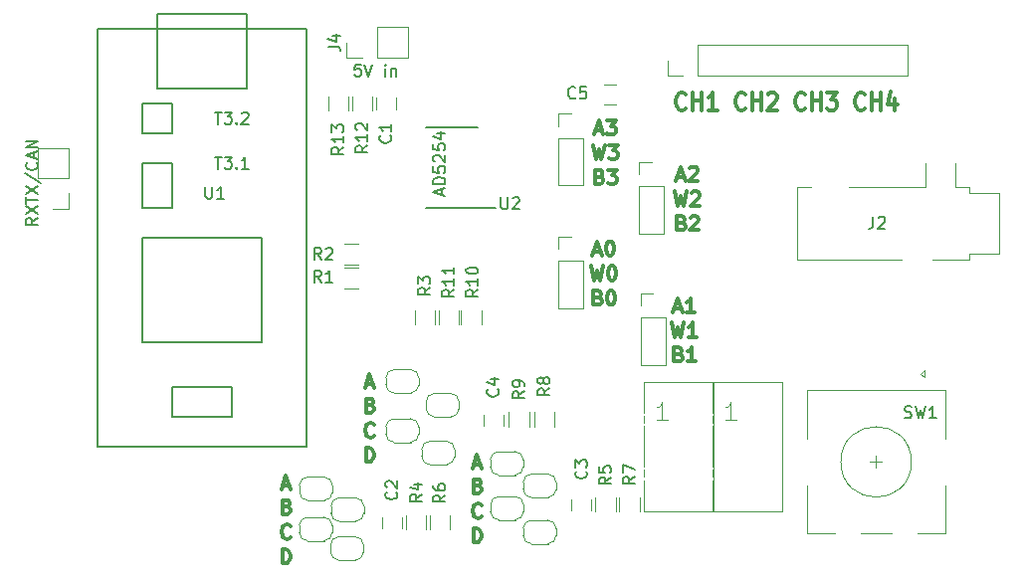
<source format=gbr>
G04 #@! TF.GenerationSoftware,KiCad,Pcbnew,5.0.2-bee76a0~70~ubuntu16.04.1*
G04 #@! TF.CreationDate,2019-04-19T18:04:48-07:00*
G04 #@! TF.ProjectId,volume_control_board,766f6c75-6d65-45f6-936f-6e74726f6c5f,rev?*
G04 #@! TF.SameCoordinates,Original*
G04 #@! TF.FileFunction,Legend,Top*
G04 #@! TF.FilePolarity,Positive*
%FSLAX46Y46*%
G04 Gerber Fmt 4.6, Leading zero omitted, Abs format (unit mm)*
G04 Created by KiCad (PCBNEW 5.0.2-bee76a0~70~ubuntu16.04.1) date Fri 19 Apr 2019 06:04:48 PM PDT*
%MOMM*%
%LPD*%
G01*
G04 APERTURE LIST*
%ADD10C,0.300000*%
%ADD11C,0.120000*%
%ADD12C,0.150000*%
G04 APERTURE END LIST*
D10*
X135540857Y-78999000D02*
X136112285Y-78999000D01*
X135426571Y-79341857D02*
X135826571Y-78141857D01*
X136226571Y-79341857D01*
X137255142Y-79341857D02*
X136569428Y-79341857D01*
X136912285Y-79341857D02*
X136912285Y-78141857D01*
X136798000Y-78313285D01*
X136683714Y-78427571D01*
X136569428Y-78484714D01*
X135312285Y-80241857D02*
X135598000Y-81441857D01*
X135826571Y-80584714D01*
X136055142Y-81441857D01*
X136340857Y-80241857D01*
X137426571Y-81441857D02*
X136740857Y-81441857D01*
X137083714Y-81441857D02*
X137083714Y-80241857D01*
X136969428Y-80413285D01*
X136855142Y-80527571D01*
X136740857Y-80584714D01*
X135912285Y-82913285D02*
X136083714Y-82970428D01*
X136140857Y-83027571D01*
X136198000Y-83141857D01*
X136198000Y-83313285D01*
X136140857Y-83427571D01*
X136083714Y-83484714D01*
X135969428Y-83541857D01*
X135512285Y-83541857D01*
X135512285Y-82341857D01*
X135912285Y-82341857D01*
X136026571Y-82399000D01*
X136083714Y-82456142D01*
X136140857Y-82570428D01*
X136140857Y-82684714D01*
X136083714Y-82799000D01*
X136026571Y-82856142D01*
X135912285Y-82913285D01*
X135512285Y-82913285D01*
X137340857Y-83541857D02*
X136655142Y-83541857D01*
X136998000Y-83541857D02*
X136998000Y-82341857D01*
X136883714Y-82513285D01*
X136769428Y-82627571D01*
X136655142Y-82684714D01*
X135794857Y-67823000D02*
X136366285Y-67823000D01*
X135680571Y-68165857D02*
X136080571Y-66965857D01*
X136480571Y-68165857D01*
X136823428Y-67080142D02*
X136880571Y-67023000D01*
X136994857Y-66965857D01*
X137280571Y-66965857D01*
X137394857Y-67023000D01*
X137452000Y-67080142D01*
X137509142Y-67194428D01*
X137509142Y-67308714D01*
X137452000Y-67480142D01*
X136766285Y-68165857D01*
X137509142Y-68165857D01*
X135566285Y-69065857D02*
X135852000Y-70265857D01*
X136080571Y-69408714D01*
X136309142Y-70265857D01*
X136594857Y-69065857D01*
X136994857Y-69180142D02*
X137052000Y-69123000D01*
X137166285Y-69065857D01*
X137452000Y-69065857D01*
X137566285Y-69123000D01*
X137623428Y-69180142D01*
X137680571Y-69294428D01*
X137680571Y-69408714D01*
X137623428Y-69580142D01*
X136937714Y-70265857D01*
X137680571Y-70265857D01*
X136166285Y-71737285D02*
X136337714Y-71794428D01*
X136394857Y-71851571D01*
X136452000Y-71965857D01*
X136452000Y-72137285D01*
X136394857Y-72251571D01*
X136337714Y-72308714D01*
X136223428Y-72365857D01*
X135766285Y-72365857D01*
X135766285Y-71165857D01*
X136166285Y-71165857D01*
X136280571Y-71223000D01*
X136337714Y-71280142D01*
X136394857Y-71394428D01*
X136394857Y-71508714D01*
X136337714Y-71623000D01*
X136280571Y-71680142D01*
X136166285Y-71737285D01*
X135766285Y-71737285D01*
X136909142Y-71280142D02*
X136966285Y-71223000D01*
X137080571Y-71165857D01*
X137366285Y-71165857D01*
X137480571Y-71223000D01*
X137537714Y-71280142D01*
X137594857Y-71394428D01*
X137594857Y-71508714D01*
X137537714Y-71680142D01*
X136852000Y-72365857D01*
X137594857Y-72365857D01*
X128682857Y-74173000D02*
X129254285Y-74173000D01*
X128568571Y-74515857D02*
X128968571Y-73315857D01*
X129368571Y-74515857D01*
X129997142Y-73315857D02*
X130111428Y-73315857D01*
X130225714Y-73373000D01*
X130282857Y-73430142D01*
X130340000Y-73544428D01*
X130397142Y-73773000D01*
X130397142Y-74058714D01*
X130340000Y-74287285D01*
X130282857Y-74401571D01*
X130225714Y-74458714D01*
X130111428Y-74515857D01*
X129997142Y-74515857D01*
X129882857Y-74458714D01*
X129825714Y-74401571D01*
X129768571Y-74287285D01*
X129711428Y-74058714D01*
X129711428Y-73773000D01*
X129768571Y-73544428D01*
X129825714Y-73430142D01*
X129882857Y-73373000D01*
X129997142Y-73315857D01*
X128454285Y-75415857D02*
X128740000Y-76615857D01*
X128968571Y-75758714D01*
X129197142Y-76615857D01*
X129482857Y-75415857D01*
X130168571Y-75415857D02*
X130282857Y-75415857D01*
X130397142Y-75473000D01*
X130454285Y-75530142D01*
X130511428Y-75644428D01*
X130568571Y-75873000D01*
X130568571Y-76158714D01*
X130511428Y-76387285D01*
X130454285Y-76501571D01*
X130397142Y-76558714D01*
X130282857Y-76615857D01*
X130168571Y-76615857D01*
X130054285Y-76558714D01*
X129997142Y-76501571D01*
X129940000Y-76387285D01*
X129882857Y-76158714D01*
X129882857Y-75873000D01*
X129940000Y-75644428D01*
X129997142Y-75530142D01*
X130054285Y-75473000D01*
X130168571Y-75415857D01*
X129054285Y-78087285D02*
X129225714Y-78144428D01*
X129282857Y-78201571D01*
X129340000Y-78315857D01*
X129340000Y-78487285D01*
X129282857Y-78601571D01*
X129225714Y-78658714D01*
X129111428Y-78715857D01*
X128654285Y-78715857D01*
X128654285Y-77515857D01*
X129054285Y-77515857D01*
X129168571Y-77573000D01*
X129225714Y-77630142D01*
X129282857Y-77744428D01*
X129282857Y-77858714D01*
X129225714Y-77973000D01*
X129168571Y-78030142D01*
X129054285Y-78087285D01*
X128654285Y-78087285D01*
X130082857Y-77515857D02*
X130197142Y-77515857D01*
X130311428Y-77573000D01*
X130368571Y-77630142D01*
X130425714Y-77744428D01*
X130482857Y-77973000D01*
X130482857Y-78258714D01*
X130425714Y-78487285D01*
X130368571Y-78601571D01*
X130311428Y-78658714D01*
X130197142Y-78715857D01*
X130082857Y-78715857D01*
X129968571Y-78658714D01*
X129911428Y-78601571D01*
X129854285Y-78487285D01*
X129797142Y-78258714D01*
X129797142Y-77973000D01*
X129854285Y-77744428D01*
X129911428Y-77630142D01*
X129968571Y-77573000D01*
X130082857Y-77515857D01*
X128809857Y-63886000D02*
X129381285Y-63886000D01*
X128695571Y-64228857D02*
X129095571Y-63028857D01*
X129495571Y-64228857D01*
X129781285Y-63028857D02*
X130524142Y-63028857D01*
X130124142Y-63486000D01*
X130295571Y-63486000D01*
X130409857Y-63543142D01*
X130467000Y-63600285D01*
X130524142Y-63714571D01*
X130524142Y-64000285D01*
X130467000Y-64114571D01*
X130409857Y-64171714D01*
X130295571Y-64228857D01*
X129952714Y-64228857D01*
X129838428Y-64171714D01*
X129781285Y-64114571D01*
X128581285Y-65128857D02*
X128867000Y-66328857D01*
X129095571Y-65471714D01*
X129324142Y-66328857D01*
X129609857Y-65128857D01*
X129952714Y-65128857D02*
X130695571Y-65128857D01*
X130295571Y-65586000D01*
X130467000Y-65586000D01*
X130581285Y-65643142D01*
X130638428Y-65700285D01*
X130695571Y-65814571D01*
X130695571Y-66100285D01*
X130638428Y-66214571D01*
X130581285Y-66271714D01*
X130467000Y-66328857D01*
X130124142Y-66328857D01*
X130009857Y-66271714D01*
X129952714Y-66214571D01*
X129181285Y-67800285D02*
X129352714Y-67857428D01*
X129409857Y-67914571D01*
X129467000Y-68028857D01*
X129467000Y-68200285D01*
X129409857Y-68314571D01*
X129352714Y-68371714D01*
X129238428Y-68428857D01*
X128781285Y-68428857D01*
X128781285Y-67228857D01*
X129181285Y-67228857D01*
X129295571Y-67286000D01*
X129352714Y-67343142D01*
X129409857Y-67457428D01*
X129409857Y-67571714D01*
X129352714Y-67686000D01*
X129295571Y-67743142D01*
X129181285Y-67800285D01*
X128781285Y-67800285D01*
X129867000Y-67228857D02*
X130609857Y-67228857D01*
X130209857Y-67686000D01*
X130381285Y-67686000D01*
X130495571Y-67743142D01*
X130552714Y-67800285D01*
X130609857Y-67914571D01*
X130609857Y-68200285D01*
X130552714Y-68314571D01*
X130495571Y-68371714D01*
X130381285Y-68428857D01*
X130038428Y-68428857D01*
X129924142Y-68371714D01*
X129867000Y-68314571D01*
X136484000Y-62003714D02*
X136419714Y-62075142D01*
X136226857Y-62146571D01*
X136098285Y-62146571D01*
X135905428Y-62075142D01*
X135776857Y-61932285D01*
X135712571Y-61789428D01*
X135648285Y-61503714D01*
X135648285Y-61289428D01*
X135712571Y-61003714D01*
X135776857Y-60860857D01*
X135905428Y-60718000D01*
X136098285Y-60646571D01*
X136226857Y-60646571D01*
X136419714Y-60718000D01*
X136484000Y-60789428D01*
X137062571Y-62146571D02*
X137062571Y-60646571D01*
X137062571Y-61360857D02*
X137834000Y-61360857D01*
X137834000Y-62146571D02*
X137834000Y-60646571D01*
X139184000Y-62146571D02*
X138412571Y-62146571D01*
X138798285Y-62146571D02*
X138798285Y-60646571D01*
X138669714Y-60860857D01*
X138541142Y-61003714D01*
X138412571Y-61075142D01*
X141562571Y-62003714D02*
X141498285Y-62075142D01*
X141305428Y-62146571D01*
X141176857Y-62146571D01*
X140984000Y-62075142D01*
X140855428Y-61932285D01*
X140791142Y-61789428D01*
X140726857Y-61503714D01*
X140726857Y-61289428D01*
X140791142Y-61003714D01*
X140855428Y-60860857D01*
X140984000Y-60718000D01*
X141176857Y-60646571D01*
X141305428Y-60646571D01*
X141498285Y-60718000D01*
X141562571Y-60789428D01*
X142141142Y-62146571D02*
X142141142Y-60646571D01*
X142141142Y-61360857D02*
X142912571Y-61360857D01*
X142912571Y-62146571D02*
X142912571Y-60646571D01*
X143491142Y-60789428D02*
X143555428Y-60718000D01*
X143684000Y-60646571D01*
X144005428Y-60646571D01*
X144134000Y-60718000D01*
X144198285Y-60789428D01*
X144262571Y-60932285D01*
X144262571Y-61075142D01*
X144198285Y-61289428D01*
X143426857Y-62146571D01*
X144262571Y-62146571D01*
X146641142Y-62003714D02*
X146576857Y-62075142D01*
X146384000Y-62146571D01*
X146255428Y-62146571D01*
X146062571Y-62075142D01*
X145934000Y-61932285D01*
X145869714Y-61789428D01*
X145805428Y-61503714D01*
X145805428Y-61289428D01*
X145869714Y-61003714D01*
X145934000Y-60860857D01*
X146062571Y-60718000D01*
X146255428Y-60646571D01*
X146384000Y-60646571D01*
X146576857Y-60718000D01*
X146641142Y-60789428D01*
X147219714Y-62146571D02*
X147219714Y-60646571D01*
X147219714Y-61360857D02*
X147991142Y-61360857D01*
X147991142Y-62146571D02*
X147991142Y-60646571D01*
X148505428Y-60646571D02*
X149341142Y-60646571D01*
X148891142Y-61218000D01*
X149084000Y-61218000D01*
X149212571Y-61289428D01*
X149276857Y-61360857D01*
X149341142Y-61503714D01*
X149341142Y-61860857D01*
X149276857Y-62003714D01*
X149212571Y-62075142D01*
X149084000Y-62146571D01*
X148698285Y-62146571D01*
X148569714Y-62075142D01*
X148505428Y-62003714D01*
X151719714Y-62003714D02*
X151655428Y-62075142D01*
X151462571Y-62146571D01*
X151334000Y-62146571D01*
X151141142Y-62075142D01*
X151012571Y-61932285D01*
X150948285Y-61789428D01*
X150884000Y-61503714D01*
X150884000Y-61289428D01*
X150948285Y-61003714D01*
X151012571Y-60860857D01*
X151141142Y-60718000D01*
X151334000Y-60646571D01*
X151462571Y-60646571D01*
X151655428Y-60718000D01*
X151719714Y-60789428D01*
X152298285Y-62146571D02*
X152298285Y-60646571D01*
X152298285Y-61360857D02*
X153069714Y-61360857D01*
X153069714Y-62146571D02*
X153069714Y-60646571D01*
X154291142Y-61146571D02*
X154291142Y-62146571D01*
X153969714Y-60575142D02*
X153648285Y-61646571D01*
X154484000Y-61646571D01*
X109315285Y-85442000D02*
X109886714Y-85442000D01*
X109201000Y-85784857D02*
X109601000Y-84584857D01*
X110001000Y-85784857D01*
X109686714Y-87256285D02*
X109858142Y-87313428D01*
X109915285Y-87370571D01*
X109972428Y-87484857D01*
X109972428Y-87656285D01*
X109915285Y-87770571D01*
X109858142Y-87827714D01*
X109743857Y-87884857D01*
X109286714Y-87884857D01*
X109286714Y-86684857D01*
X109686714Y-86684857D01*
X109801000Y-86742000D01*
X109858142Y-86799142D01*
X109915285Y-86913428D01*
X109915285Y-87027714D01*
X109858142Y-87142000D01*
X109801000Y-87199142D01*
X109686714Y-87256285D01*
X109286714Y-87256285D01*
X109972428Y-89870571D02*
X109915285Y-89927714D01*
X109743857Y-89984857D01*
X109629571Y-89984857D01*
X109458142Y-89927714D01*
X109343857Y-89813428D01*
X109286714Y-89699142D01*
X109229571Y-89470571D01*
X109229571Y-89299142D01*
X109286714Y-89070571D01*
X109343857Y-88956285D01*
X109458142Y-88842000D01*
X109629571Y-88784857D01*
X109743857Y-88784857D01*
X109915285Y-88842000D01*
X109972428Y-88899142D01*
X109286714Y-92084857D02*
X109286714Y-90884857D01*
X109572428Y-90884857D01*
X109743857Y-90942000D01*
X109858142Y-91056285D01*
X109915285Y-91170571D01*
X109972428Y-91399142D01*
X109972428Y-91570571D01*
X109915285Y-91799142D01*
X109858142Y-91913428D01*
X109743857Y-92027714D01*
X109572428Y-92084857D01*
X109286714Y-92084857D01*
X102203285Y-94078000D02*
X102774714Y-94078000D01*
X102089000Y-94420857D02*
X102489000Y-93220857D01*
X102889000Y-94420857D01*
X102574714Y-95892285D02*
X102746142Y-95949428D01*
X102803285Y-96006571D01*
X102860428Y-96120857D01*
X102860428Y-96292285D01*
X102803285Y-96406571D01*
X102746142Y-96463714D01*
X102631857Y-96520857D01*
X102174714Y-96520857D01*
X102174714Y-95320857D01*
X102574714Y-95320857D01*
X102689000Y-95378000D01*
X102746142Y-95435142D01*
X102803285Y-95549428D01*
X102803285Y-95663714D01*
X102746142Y-95778000D01*
X102689000Y-95835142D01*
X102574714Y-95892285D01*
X102174714Y-95892285D01*
X102860428Y-98506571D02*
X102803285Y-98563714D01*
X102631857Y-98620857D01*
X102517571Y-98620857D01*
X102346142Y-98563714D01*
X102231857Y-98449428D01*
X102174714Y-98335142D01*
X102117571Y-98106571D01*
X102117571Y-97935142D01*
X102174714Y-97706571D01*
X102231857Y-97592285D01*
X102346142Y-97478000D01*
X102517571Y-97420857D01*
X102631857Y-97420857D01*
X102803285Y-97478000D01*
X102860428Y-97535142D01*
X102174714Y-100720857D02*
X102174714Y-99520857D01*
X102460428Y-99520857D01*
X102631857Y-99578000D01*
X102746142Y-99692285D01*
X102803285Y-99806571D01*
X102860428Y-100035142D01*
X102860428Y-100206571D01*
X102803285Y-100435142D01*
X102746142Y-100549428D01*
X102631857Y-100663714D01*
X102460428Y-100720857D01*
X102174714Y-100720857D01*
X118459285Y-92300000D02*
X119030714Y-92300000D01*
X118345000Y-92642857D02*
X118745000Y-91442857D01*
X119145000Y-92642857D01*
X118830714Y-94114285D02*
X119002142Y-94171428D01*
X119059285Y-94228571D01*
X119116428Y-94342857D01*
X119116428Y-94514285D01*
X119059285Y-94628571D01*
X119002142Y-94685714D01*
X118887857Y-94742857D01*
X118430714Y-94742857D01*
X118430714Y-93542857D01*
X118830714Y-93542857D01*
X118945000Y-93600000D01*
X119002142Y-93657142D01*
X119059285Y-93771428D01*
X119059285Y-93885714D01*
X119002142Y-94000000D01*
X118945000Y-94057142D01*
X118830714Y-94114285D01*
X118430714Y-94114285D01*
X119116428Y-96728571D02*
X119059285Y-96785714D01*
X118887857Y-96842857D01*
X118773571Y-96842857D01*
X118602142Y-96785714D01*
X118487857Y-96671428D01*
X118430714Y-96557142D01*
X118373571Y-96328571D01*
X118373571Y-96157142D01*
X118430714Y-95928571D01*
X118487857Y-95814285D01*
X118602142Y-95700000D01*
X118773571Y-95642857D01*
X118887857Y-95642857D01*
X119059285Y-95700000D01*
X119116428Y-95757142D01*
X118430714Y-98942857D02*
X118430714Y-97742857D01*
X118716428Y-97742857D01*
X118887857Y-97800000D01*
X119002142Y-97914285D01*
X119059285Y-98028571D01*
X119116428Y-98257142D01*
X119116428Y-98428571D01*
X119059285Y-98657142D01*
X119002142Y-98771428D01*
X118887857Y-98885714D01*
X118716428Y-98942857D01*
X118430714Y-98942857D01*
D11*
G04 #@! TO.C,J5*
X125686000Y-62440000D02*
X126746000Y-62440000D01*
X125686000Y-63500000D02*
X125686000Y-62440000D01*
X127806000Y-64500000D02*
X125686000Y-64500000D01*
X127806000Y-68560000D02*
X127806000Y-64500000D01*
X125686000Y-68560000D02*
X127806000Y-68560000D01*
X125686000Y-64500000D02*
X125686000Y-68560000D01*
G04 #@! TO.C,J4*
X107636000Y-57718000D02*
X107636000Y-56388000D01*
X108966000Y-57718000D02*
X107636000Y-57718000D01*
X110236000Y-55058000D02*
X110236000Y-57718000D01*
X112836000Y-55058000D02*
X110236000Y-55058000D01*
X112836000Y-57718000D02*
X112836000Y-55058000D01*
X110236000Y-57718000D02*
X112836000Y-57718000D01*
G04 #@! TO.C,J2*
X159459000Y-68655000D02*
X160659000Y-68655000D01*
X160659000Y-68655000D02*
X160659000Y-69155000D01*
X160659000Y-69155000D02*
X163159000Y-69155000D01*
X163159000Y-69155000D02*
X163159000Y-74355000D01*
X163159000Y-74355000D02*
X160659000Y-74355000D01*
X160659000Y-74355000D02*
X160659000Y-74855000D01*
X160659000Y-74855000D02*
X157459000Y-74855000D01*
X154859000Y-74855000D02*
X145959000Y-74855000D01*
X145959000Y-74855000D02*
X145959000Y-68655000D01*
X145959000Y-68655000D02*
X147159000Y-68655000D01*
X150359000Y-68655000D02*
X156859000Y-68655000D01*
X159459000Y-68655000D02*
X159459000Y-66655000D01*
X156859000Y-68655000D02*
X156859000Y-66655000D01*
G04 #@! TO.C,C1*
X110148000Y-61095000D02*
X110148000Y-62095000D01*
X111848000Y-62095000D02*
X111848000Y-61095000D01*
G04 #@! TO.C,C2*
X110656000Y-96766000D02*
X110656000Y-97766000D01*
X112356000Y-97766000D02*
X112356000Y-96766000D01*
G04 #@! TO.C,C3*
X128485000Y-96242000D02*
X128485000Y-95242000D01*
X126785000Y-95242000D02*
X126785000Y-96242000D01*
G04 #@! TO.C,C4*
X120992000Y-89035000D02*
X120992000Y-88035000D01*
X119292000Y-88035000D02*
X119292000Y-89035000D01*
G04 #@! TO.C,C5*
X130548000Y-59983000D02*
X129548000Y-59983000D01*
X129548000Y-61683000D02*
X130548000Y-61683000D01*
G04 #@! TO.C,J1*
X134941000Y-59242000D02*
X134941000Y-57912000D01*
X136271000Y-59242000D02*
X134941000Y-59242000D01*
X137541000Y-56582000D02*
X137541000Y-59242000D01*
X155381000Y-56582000D02*
X137541000Y-56582000D01*
X155381000Y-59242000D02*
X155381000Y-56582000D01*
X137541000Y-59242000D02*
X155381000Y-59242000D01*
G04 #@! TO.C,J6*
X84007000Y-70545000D02*
X82677000Y-70545000D01*
X84007000Y-69215000D02*
X84007000Y-70545000D01*
X81347000Y-67945000D02*
X84007000Y-67945000D01*
X81347000Y-65345000D02*
X81347000Y-67945000D01*
X84007000Y-65345000D02*
X81347000Y-65345000D01*
X84007000Y-67945000D02*
X84007000Y-65345000D01*
G04 #@! TO.C,JP1*
X113080000Y-84217000D02*
G75*
G02X113780000Y-84917000I0J-700000D01*
G01*
X113780000Y-85517000D02*
G75*
G02X113080000Y-86217000I-700000J0D01*
G01*
X111680000Y-86217000D02*
G75*
G02X110980000Y-85517000I0J700000D01*
G01*
X110980000Y-84917000D02*
G75*
G02X111680000Y-84217000I700000J0D01*
G01*
X110980000Y-85517000D02*
X110980000Y-84917000D01*
X113080000Y-86217000D02*
X111680000Y-86217000D01*
X113780000Y-84917000D02*
X113780000Y-85517000D01*
X111680000Y-84217000D02*
X113080000Y-84217000D01*
G04 #@! TO.C,JP2*
X116509000Y-86249000D02*
G75*
G02X117209000Y-86949000I0J-700000D01*
G01*
X117209000Y-87549000D02*
G75*
G02X116509000Y-88249000I-700000J0D01*
G01*
X115109000Y-88249000D02*
G75*
G02X114409000Y-87549000I0J700000D01*
G01*
X114409000Y-86949000D02*
G75*
G02X115109000Y-86249000I700000J0D01*
G01*
X114409000Y-87549000D02*
X114409000Y-86949000D01*
X116509000Y-88249000D02*
X115109000Y-88249000D01*
X117209000Y-86949000D02*
X117209000Y-87549000D01*
X115109000Y-86249000D02*
X116509000Y-86249000D01*
G04 #@! TO.C,JP3*
X111680000Y-88408000D02*
X113080000Y-88408000D01*
X113780000Y-89108000D02*
X113780000Y-89708000D01*
X113080000Y-90408000D02*
X111680000Y-90408000D01*
X110980000Y-89708000D02*
X110980000Y-89108000D01*
X110980000Y-89108000D02*
G75*
G02X111680000Y-88408000I700000J0D01*
G01*
X111680000Y-90408000D02*
G75*
G02X110980000Y-89708000I0J700000D01*
G01*
X113780000Y-89708000D02*
G75*
G02X113080000Y-90408000I-700000J0D01*
G01*
X113080000Y-88408000D02*
G75*
G02X113780000Y-89108000I0J-700000D01*
G01*
G04 #@! TO.C,JP4*
X116128000Y-90313000D02*
G75*
G02X116828000Y-91013000I0J-700000D01*
G01*
X116828000Y-91613000D02*
G75*
G02X116128000Y-92313000I-700000J0D01*
G01*
X114728000Y-92313000D02*
G75*
G02X114028000Y-91613000I0J700000D01*
G01*
X114028000Y-91013000D02*
G75*
G02X114728000Y-90313000I700000J0D01*
G01*
X114028000Y-91613000D02*
X114028000Y-91013000D01*
X116128000Y-92313000D02*
X114728000Y-92313000D01*
X116828000Y-91013000D02*
X116828000Y-91613000D01*
X114728000Y-90313000D02*
X116128000Y-90313000D01*
G04 #@! TO.C,JP5*
X104329000Y-93361000D02*
X105729000Y-93361000D01*
X106429000Y-94061000D02*
X106429000Y-94661000D01*
X105729000Y-95361000D02*
X104329000Y-95361000D01*
X103629000Y-94661000D02*
X103629000Y-94061000D01*
X103629000Y-94061000D02*
G75*
G02X104329000Y-93361000I700000J0D01*
G01*
X104329000Y-95361000D02*
G75*
G02X103629000Y-94661000I0J700000D01*
G01*
X106429000Y-94661000D02*
G75*
G02X105729000Y-95361000I-700000J0D01*
G01*
X105729000Y-93361000D02*
G75*
G02X106429000Y-94061000I0J-700000D01*
G01*
G04 #@! TO.C,JP6*
X108411000Y-95139000D02*
G75*
G02X109111000Y-95839000I0J-700000D01*
G01*
X109111000Y-96439000D02*
G75*
G02X108411000Y-97139000I-700000J0D01*
G01*
X107011000Y-97139000D02*
G75*
G02X106311000Y-96439000I0J700000D01*
G01*
X106311000Y-95839000D02*
G75*
G02X107011000Y-95139000I700000J0D01*
G01*
X106311000Y-96439000D02*
X106311000Y-95839000D01*
X108411000Y-97139000D02*
X107011000Y-97139000D01*
X109111000Y-95839000D02*
X109111000Y-96439000D01*
X107011000Y-95139000D02*
X108411000Y-95139000D01*
G04 #@! TO.C,JP7*
X104314000Y-96790000D02*
X105714000Y-96790000D01*
X106414000Y-97490000D02*
X106414000Y-98090000D01*
X105714000Y-98790000D02*
X104314000Y-98790000D01*
X103614000Y-98090000D02*
X103614000Y-97490000D01*
X103614000Y-97490000D02*
G75*
G02X104314000Y-96790000I700000J0D01*
G01*
X104314000Y-98790000D02*
G75*
G02X103614000Y-98090000I0J700000D01*
G01*
X106414000Y-98090000D02*
G75*
G02X105714000Y-98790000I-700000J0D01*
G01*
X105714000Y-96790000D02*
G75*
G02X106414000Y-97490000I0J-700000D01*
G01*
G04 #@! TO.C,JP8*
X108381000Y-98441000D02*
G75*
G02X109081000Y-99141000I0J-700000D01*
G01*
X109081000Y-99741000D02*
G75*
G02X108381000Y-100441000I-700000J0D01*
G01*
X106981000Y-100441000D02*
G75*
G02X106281000Y-99741000I0J700000D01*
G01*
X106281000Y-99141000D02*
G75*
G02X106981000Y-98441000I700000J0D01*
G01*
X106281000Y-99741000D02*
X106281000Y-99141000D01*
X108381000Y-100441000D02*
X106981000Y-100441000D01*
X109081000Y-99141000D02*
X109081000Y-99741000D01*
X106981000Y-98441000D02*
X108381000Y-98441000D01*
G04 #@! TO.C,JP9*
X120570000Y-91202000D02*
X121970000Y-91202000D01*
X122670000Y-91902000D02*
X122670000Y-92502000D01*
X121970000Y-93202000D02*
X120570000Y-93202000D01*
X119870000Y-92502000D02*
X119870000Y-91902000D01*
X119870000Y-91902000D02*
G75*
G02X120570000Y-91202000I700000J0D01*
G01*
X120570000Y-93202000D02*
G75*
G02X119870000Y-92502000I0J700000D01*
G01*
X122670000Y-92502000D02*
G75*
G02X121970000Y-93202000I-700000J0D01*
G01*
X121970000Y-91202000D02*
G75*
G02X122670000Y-91902000I0J-700000D01*
G01*
G04 #@! TO.C,JP10*
X123364000Y-93107000D02*
X124764000Y-93107000D01*
X125464000Y-93807000D02*
X125464000Y-94407000D01*
X124764000Y-95107000D02*
X123364000Y-95107000D01*
X122664000Y-94407000D02*
X122664000Y-93807000D01*
X122664000Y-93807000D02*
G75*
G02X123364000Y-93107000I700000J0D01*
G01*
X123364000Y-95107000D02*
G75*
G02X122664000Y-94407000I0J700000D01*
G01*
X125464000Y-94407000D02*
G75*
G02X124764000Y-95107000I-700000J0D01*
G01*
X124764000Y-93107000D02*
G75*
G02X125464000Y-93807000I0J-700000D01*
G01*
G04 #@! TO.C,JP11*
X120585000Y-95012000D02*
X121985000Y-95012000D01*
X122685000Y-95712000D02*
X122685000Y-96312000D01*
X121985000Y-97012000D02*
X120585000Y-97012000D01*
X119885000Y-96312000D02*
X119885000Y-95712000D01*
X119885000Y-95712000D02*
G75*
G02X120585000Y-95012000I700000J0D01*
G01*
X120585000Y-97012000D02*
G75*
G02X119885000Y-96312000I0J700000D01*
G01*
X122685000Y-96312000D02*
G75*
G02X121985000Y-97012000I-700000J0D01*
G01*
X121985000Y-95012000D02*
G75*
G02X122685000Y-95712000I0J-700000D01*
G01*
G04 #@! TO.C,JP12*
X124764000Y-97044000D02*
G75*
G02X125464000Y-97744000I0J-700000D01*
G01*
X125464000Y-98344000D02*
G75*
G02X124764000Y-99044000I-700000J0D01*
G01*
X123364000Y-99044000D02*
G75*
G02X122664000Y-98344000I0J700000D01*
G01*
X122664000Y-97744000D02*
G75*
G02X123364000Y-97044000I700000J0D01*
G01*
X122664000Y-98344000D02*
X122664000Y-97744000D01*
X124764000Y-99044000D02*
X123364000Y-99044000D01*
X125464000Y-97744000D02*
X125464000Y-98344000D01*
X123364000Y-97044000D02*
X124764000Y-97044000D01*
G04 #@! TO.C,R1*
X108611000Y-77334000D02*
X107411000Y-77334000D01*
X107411000Y-75574000D02*
X108611000Y-75574000D01*
G04 #@! TO.C,R2*
X108611000Y-75302000D02*
X107411000Y-75302000D01*
X107411000Y-73542000D02*
X108611000Y-73542000D01*
G04 #@! TO.C,R3*
X113420000Y-80356000D02*
X113420000Y-79156000D01*
X115180000Y-79156000D02*
X115180000Y-80356000D01*
G04 #@! TO.C,R4*
X114418000Y-96616000D02*
X114418000Y-97816000D01*
X112658000Y-97816000D02*
X112658000Y-96616000D01*
G04 #@! TO.C,R5*
X130547000Y-95097000D02*
X130547000Y-96297000D01*
X128787000Y-96297000D02*
X128787000Y-95097000D01*
G04 #@! TO.C,R6*
X114690000Y-97816000D02*
X114690000Y-96616000D01*
X116450000Y-96616000D02*
X116450000Y-97816000D01*
G04 #@! TO.C,R7*
X132579000Y-95097000D02*
X132579000Y-96297000D01*
X130819000Y-96297000D02*
X130819000Y-95097000D01*
G04 #@! TO.C,R8*
X123580000Y-89053000D02*
X123580000Y-87853000D01*
X125340000Y-87853000D02*
X125340000Y-89053000D01*
G04 #@! TO.C,R9*
X123181000Y-87853000D02*
X123181000Y-89053000D01*
X121421000Y-89053000D02*
X121421000Y-87853000D01*
G04 #@! TO.C,R10*
X119117000Y-79156000D02*
X119117000Y-80356000D01*
X117357000Y-80356000D02*
X117357000Y-79156000D01*
G04 #@! TO.C,R11*
X115452000Y-80356000D02*
X115452000Y-79156000D01*
X117212000Y-79156000D02*
X117212000Y-80356000D01*
G04 #@! TO.C,R12*
X108086000Y-62195000D02*
X108086000Y-60995000D01*
X109846000Y-60995000D02*
X109846000Y-62195000D01*
G04 #@! TO.C,R13*
X107814000Y-60995000D02*
X107814000Y-62195000D01*
X106054000Y-62195000D02*
X106054000Y-60995000D01*
G04 #@! TO.C,SW1*
X152694000Y-91582000D02*
X152694000Y-92582000D01*
X153194000Y-92082000D02*
X152194000Y-92082000D01*
X149194000Y-98182000D02*
X146794000Y-98182000D01*
X153994000Y-98182000D02*
X151394000Y-98182000D01*
X158594000Y-98182000D02*
X156194000Y-98182000D01*
X156794000Y-84882000D02*
X156494000Y-84582000D01*
X156794000Y-84282000D02*
X156794000Y-84882000D01*
X156494000Y-84582000D02*
X156794000Y-84282000D01*
X158594000Y-85982000D02*
X146794000Y-85982000D01*
X158594000Y-90082000D02*
X158594000Y-85982000D01*
X146794000Y-90082000D02*
X146794000Y-85982000D01*
X146794000Y-98182000D02*
X146794000Y-94082000D01*
X158594000Y-94082000D02*
X158594000Y-98182000D01*
X155694000Y-92082000D02*
G75*
G03X155694000Y-92082000I-3000000J0D01*
G01*
D12*
G04 #@! TO.C,U1*
X86487000Y-55245000D02*
X104267000Y-55245000D01*
X86487000Y-90805000D02*
X86487000Y-55245000D01*
X104267000Y-90805000D02*
X86487000Y-90805000D01*
X104267000Y-55245000D02*
X104267000Y-90805000D01*
X90297000Y-81915000D02*
X90297000Y-73025000D01*
X100457000Y-81915000D02*
X100457000Y-73025000D01*
X100457000Y-73025000D02*
X90297000Y-73025000D01*
X90297000Y-81915000D02*
X100457000Y-81915000D01*
X97917000Y-85725000D02*
X97917000Y-88265000D01*
X92837000Y-85725000D02*
X97917000Y-85725000D01*
X92837000Y-88265000D02*
X92837000Y-85725000D01*
X97917000Y-88265000D02*
X92837000Y-88265000D01*
X92837000Y-61595000D02*
X90297000Y-61595000D01*
X92837000Y-64135000D02*
X92837000Y-61595000D01*
X90297000Y-64135000D02*
X92837000Y-64135000D01*
X90297000Y-61595000D02*
X90297000Y-64135000D01*
X91567000Y-60325000D02*
X91567000Y-55245000D01*
X99187000Y-60325000D02*
X99187000Y-55245000D01*
X91567000Y-60325000D02*
X99187000Y-60325000D01*
X92837000Y-66675000D02*
X90297000Y-66675000D01*
X92837000Y-70485000D02*
X92837000Y-66675000D01*
X90297000Y-70485000D02*
X92837000Y-70485000D01*
X90297000Y-66675000D02*
X90297000Y-70485000D01*
X99187000Y-53975000D02*
X99187000Y-55245000D01*
X91567000Y-53975000D02*
X99187000Y-53975000D01*
X91567000Y-55245000D02*
X91567000Y-53975000D01*
G04 #@! TO.C,U2*
X120336000Y-70506000D02*
X114361000Y-70506000D01*
X118811000Y-63606000D02*
X114361000Y-63606000D01*
D11*
G04 #@! TO.C,J7*
X138813000Y-93657000D02*
X138813000Y-96307000D01*
X138813000Y-85257000D02*
X138813000Y-87907000D01*
X138813000Y-96307000D02*
X144663000Y-96307000D01*
X138813000Y-89007000D02*
X138813000Y-92507000D01*
X138813000Y-85257000D02*
X144663000Y-85257000D01*
X144663000Y-85257000D02*
X144663000Y-96307000D01*
X138813000Y-88157000D02*
X138813000Y-88757000D01*
X138813000Y-92757000D02*
X138813000Y-93357000D01*
G04 #@! TO.C,J3*
X132971000Y-93657000D02*
X132971000Y-96307000D01*
X132971000Y-85257000D02*
X132971000Y-87907000D01*
X132971000Y-96307000D02*
X138821000Y-96307000D01*
X132971000Y-89007000D02*
X132971000Y-92507000D01*
X132971000Y-85257000D02*
X138821000Y-85257000D01*
X138821000Y-85257000D02*
X138821000Y-96307000D01*
X132971000Y-88157000D02*
X132971000Y-88757000D01*
X132971000Y-92757000D02*
X132971000Y-93357000D01*
G04 #@! TO.C,J8*
X132544000Y-66536000D02*
X133604000Y-66536000D01*
X132544000Y-67596000D02*
X132544000Y-66536000D01*
X134664000Y-68596000D02*
X132544000Y-68596000D01*
X134664000Y-72656000D02*
X134664000Y-68596000D01*
X132544000Y-72656000D02*
X134664000Y-72656000D01*
X132544000Y-68596000D02*
X132544000Y-72656000D01*
G04 #@! TO.C,J9*
X125686000Y-74946000D02*
X125686000Y-79006000D01*
X125686000Y-79006000D02*
X127806000Y-79006000D01*
X127806000Y-79006000D02*
X127806000Y-74946000D01*
X127806000Y-74946000D02*
X125686000Y-74946000D01*
X125686000Y-73946000D02*
X125686000Y-72886000D01*
X125686000Y-72886000D02*
X126746000Y-72886000D01*
G04 #@! TO.C,J10*
X132671000Y-77712000D02*
X133731000Y-77712000D01*
X132671000Y-78772000D02*
X132671000Y-77712000D01*
X134791000Y-79772000D02*
X132671000Y-79772000D01*
X134791000Y-83832000D02*
X134791000Y-79772000D01*
X132671000Y-83832000D02*
X134791000Y-83832000D01*
X132671000Y-79772000D02*
X132671000Y-83832000D01*
G04 #@! TO.C,J4*
D12*
X106088380Y-56721333D02*
X106802666Y-56721333D01*
X106945523Y-56768952D01*
X107040761Y-56864190D01*
X107088380Y-57007047D01*
X107088380Y-57102285D01*
X106421714Y-55816571D02*
X107088380Y-55816571D01*
X106040761Y-56054666D02*
X106755047Y-56292761D01*
X106755047Y-55673714D01*
X108847095Y-58253380D02*
X108370904Y-58253380D01*
X108323285Y-58729571D01*
X108370904Y-58681952D01*
X108466142Y-58634333D01*
X108704238Y-58634333D01*
X108799476Y-58681952D01*
X108847095Y-58729571D01*
X108894714Y-58824809D01*
X108894714Y-59062904D01*
X108847095Y-59158142D01*
X108799476Y-59205761D01*
X108704238Y-59253380D01*
X108466142Y-59253380D01*
X108370904Y-59205761D01*
X108323285Y-59158142D01*
X109180428Y-58253380D02*
X109513761Y-59253380D01*
X109847095Y-58253380D01*
X110942333Y-59253380D02*
X110942333Y-58586714D01*
X110942333Y-58253380D02*
X110894714Y-58301000D01*
X110942333Y-58348619D01*
X110989952Y-58301000D01*
X110942333Y-58253380D01*
X110942333Y-58348619D01*
X111418523Y-58586714D02*
X111418523Y-59253380D01*
X111418523Y-58681952D02*
X111466142Y-58634333D01*
X111561380Y-58586714D01*
X111704238Y-58586714D01*
X111799476Y-58634333D01*
X111847095Y-58729571D01*
X111847095Y-59253380D01*
G04 #@! TO.C,J2*
X152447666Y-71207380D02*
X152447666Y-71921666D01*
X152400047Y-72064523D01*
X152304809Y-72159761D01*
X152161952Y-72207380D01*
X152066714Y-72207380D01*
X152876238Y-71302619D02*
X152923857Y-71255000D01*
X153019095Y-71207380D01*
X153257190Y-71207380D01*
X153352428Y-71255000D01*
X153400047Y-71302619D01*
X153447666Y-71397857D01*
X153447666Y-71493095D01*
X153400047Y-71635952D01*
X152828619Y-72207380D01*
X153447666Y-72207380D01*
G04 #@! TO.C,C1*
X111355142Y-64301666D02*
X111402761Y-64349285D01*
X111450380Y-64492142D01*
X111450380Y-64587380D01*
X111402761Y-64730238D01*
X111307523Y-64825476D01*
X111212285Y-64873095D01*
X111021809Y-64920714D01*
X110878952Y-64920714D01*
X110688476Y-64873095D01*
X110593238Y-64825476D01*
X110498000Y-64730238D01*
X110450380Y-64587380D01*
X110450380Y-64492142D01*
X110498000Y-64349285D01*
X110545619Y-64301666D01*
X111450380Y-63349285D02*
X111450380Y-63920714D01*
X111450380Y-63635000D02*
X110450380Y-63635000D01*
X110593238Y-63730238D01*
X110688476Y-63825476D01*
X110736095Y-63920714D01*
G04 #@! TO.C,C2*
X111863142Y-94638666D02*
X111910761Y-94686285D01*
X111958380Y-94829142D01*
X111958380Y-94924380D01*
X111910761Y-95067238D01*
X111815523Y-95162476D01*
X111720285Y-95210095D01*
X111529809Y-95257714D01*
X111386952Y-95257714D01*
X111196476Y-95210095D01*
X111101238Y-95162476D01*
X111006000Y-95067238D01*
X110958380Y-94924380D01*
X110958380Y-94829142D01*
X111006000Y-94686285D01*
X111053619Y-94638666D01*
X111053619Y-94257714D02*
X111006000Y-94210095D01*
X110958380Y-94114857D01*
X110958380Y-93876761D01*
X111006000Y-93781523D01*
X111053619Y-93733904D01*
X111148857Y-93686285D01*
X111244095Y-93686285D01*
X111386952Y-93733904D01*
X111958380Y-94305333D01*
X111958380Y-93686285D01*
G04 #@! TO.C,C3*
X127992142Y-92876666D02*
X128039761Y-92924285D01*
X128087380Y-93067142D01*
X128087380Y-93162380D01*
X128039761Y-93305238D01*
X127944523Y-93400476D01*
X127849285Y-93448095D01*
X127658809Y-93495714D01*
X127515952Y-93495714D01*
X127325476Y-93448095D01*
X127230238Y-93400476D01*
X127135000Y-93305238D01*
X127087380Y-93162380D01*
X127087380Y-93067142D01*
X127135000Y-92924285D01*
X127182619Y-92876666D01*
X127087380Y-92543333D02*
X127087380Y-91924285D01*
X127468333Y-92257619D01*
X127468333Y-92114761D01*
X127515952Y-92019523D01*
X127563571Y-91971904D01*
X127658809Y-91924285D01*
X127896904Y-91924285D01*
X127992142Y-91971904D01*
X128039761Y-92019523D01*
X128087380Y-92114761D01*
X128087380Y-92400476D01*
X128039761Y-92495714D01*
X127992142Y-92543333D01*
G04 #@! TO.C,C4*
X120499142Y-85891666D02*
X120546761Y-85939285D01*
X120594380Y-86082142D01*
X120594380Y-86177380D01*
X120546761Y-86320238D01*
X120451523Y-86415476D01*
X120356285Y-86463095D01*
X120165809Y-86510714D01*
X120022952Y-86510714D01*
X119832476Y-86463095D01*
X119737238Y-86415476D01*
X119642000Y-86320238D01*
X119594380Y-86177380D01*
X119594380Y-86082142D01*
X119642000Y-85939285D01*
X119689619Y-85891666D01*
X119927714Y-85034523D02*
X120594380Y-85034523D01*
X119546761Y-85272619D02*
X120261047Y-85510714D01*
X120261047Y-84891666D01*
G04 #@! TO.C,C5*
X127103333Y-61063142D02*
X127055714Y-61110761D01*
X126912857Y-61158380D01*
X126817619Y-61158380D01*
X126674761Y-61110761D01*
X126579523Y-61015523D01*
X126531904Y-60920285D01*
X126484285Y-60729809D01*
X126484285Y-60586952D01*
X126531904Y-60396476D01*
X126579523Y-60301238D01*
X126674761Y-60206000D01*
X126817619Y-60158380D01*
X126912857Y-60158380D01*
X127055714Y-60206000D01*
X127103333Y-60253619D01*
X128008095Y-60158380D02*
X127531904Y-60158380D01*
X127484285Y-60634571D01*
X127531904Y-60586952D01*
X127627142Y-60539333D01*
X127865238Y-60539333D01*
X127960476Y-60586952D01*
X128008095Y-60634571D01*
X128055714Y-60729809D01*
X128055714Y-60967904D01*
X128008095Y-61063142D01*
X127960476Y-61110761D01*
X127865238Y-61158380D01*
X127627142Y-61158380D01*
X127531904Y-61110761D01*
X127484285Y-61063142D01*
G04 #@! TO.C,J6*
X81351380Y-71326000D02*
X80875190Y-71659333D01*
X81351380Y-71897428D02*
X80351380Y-71897428D01*
X80351380Y-71516476D01*
X80399000Y-71421238D01*
X80446619Y-71373619D01*
X80541857Y-71326000D01*
X80684714Y-71326000D01*
X80779952Y-71373619D01*
X80827571Y-71421238D01*
X80875190Y-71516476D01*
X80875190Y-71897428D01*
X80351380Y-70992666D02*
X81351380Y-70326000D01*
X80351380Y-70326000D02*
X81351380Y-70992666D01*
X80351380Y-70087904D02*
X80351380Y-69516476D01*
X81351380Y-69802190D02*
X80351380Y-69802190D01*
X80351380Y-69278380D02*
X81351380Y-68611714D01*
X80351380Y-68611714D02*
X81351380Y-69278380D01*
X80303761Y-67516476D02*
X81589476Y-68373619D01*
X81256142Y-66611714D02*
X81303761Y-66659333D01*
X81351380Y-66802190D01*
X81351380Y-66897428D01*
X81303761Y-67040285D01*
X81208523Y-67135523D01*
X81113285Y-67183142D01*
X80922809Y-67230761D01*
X80779952Y-67230761D01*
X80589476Y-67183142D01*
X80494238Y-67135523D01*
X80399000Y-67040285D01*
X80351380Y-66897428D01*
X80351380Y-66802190D01*
X80399000Y-66659333D01*
X80446619Y-66611714D01*
X81065666Y-66230761D02*
X81065666Y-65754571D01*
X81351380Y-66326000D02*
X80351380Y-65992666D01*
X81351380Y-65659333D01*
X81351380Y-65326000D02*
X80351380Y-65326000D01*
X81351380Y-64754571D01*
X80351380Y-64754571D01*
G04 #@! TO.C,R1*
X105497333Y-76779380D02*
X105164000Y-76303190D01*
X104925904Y-76779380D02*
X104925904Y-75779380D01*
X105306857Y-75779380D01*
X105402095Y-75827000D01*
X105449714Y-75874619D01*
X105497333Y-75969857D01*
X105497333Y-76112714D01*
X105449714Y-76207952D01*
X105402095Y-76255571D01*
X105306857Y-76303190D01*
X104925904Y-76303190D01*
X106449714Y-76779380D02*
X105878285Y-76779380D01*
X106164000Y-76779380D02*
X106164000Y-75779380D01*
X106068761Y-75922238D01*
X105973523Y-76017476D01*
X105878285Y-76065095D01*
G04 #@! TO.C,R2*
X105497333Y-74874380D02*
X105164000Y-74398190D01*
X104925904Y-74874380D02*
X104925904Y-73874380D01*
X105306857Y-73874380D01*
X105402095Y-73922000D01*
X105449714Y-73969619D01*
X105497333Y-74064857D01*
X105497333Y-74207714D01*
X105449714Y-74302952D01*
X105402095Y-74350571D01*
X105306857Y-74398190D01*
X104925904Y-74398190D01*
X105878285Y-73969619D02*
X105925904Y-73922000D01*
X106021142Y-73874380D01*
X106259238Y-73874380D01*
X106354476Y-73922000D01*
X106402095Y-73969619D01*
X106449714Y-74064857D01*
X106449714Y-74160095D01*
X106402095Y-74302952D01*
X105830666Y-74874380D01*
X106449714Y-74874380D01*
G04 #@! TO.C,R3*
X114752380Y-77255666D02*
X114276190Y-77589000D01*
X114752380Y-77827095D02*
X113752380Y-77827095D01*
X113752380Y-77446142D01*
X113800000Y-77350904D01*
X113847619Y-77303285D01*
X113942857Y-77255666D01*
X114085714Y-77255666D01*
X114180952Y-77303285D01*
X114228571Y-77350904D01*
X114276190Y-77446142D01*
X114276190Y-77827095D01*
X113752380Y-76922333D02*
X113752380Y-76303285D01*
X114133333Y-76636619D01*
X114133333Y-76493761D01*
X114180952Y-76398523D01*
X114228571Y-76350904D01*
X114323809Y-76303285D01*
X114561904Y-76303285D01*
X114657142Y-76350904D01*
X114704761Y-76398523D01*
X114752380Y-76493761D01*
X114752380Y-76779476D01*
X114704761Y-76874714D01*
X114657142Y-76922333D01*
G04 #@! TO.C,R4*
X114051380Y-94842666D02*
X113575190Y-95176000D01*
X114051380Y-95414095D02*
X113051380Y-95414095D01*
X113051380Y-95033142D01*
X113099000Y-94937904D01*
X113146619Y-94890285D01*
X113241857Y-94842666D01*
X113384714Y-94842666D01*
X113479952Y-94890285D01*
X113527571Y-94937904D01*
X113575190Y-95033142D01*
X113575190Y-95414095D01*
X113384714Y-93985523D02*
X114051380Y-93985523D01*
X113003761Y-94223619D02*
X113718047Y-94461714D01*
X113718047Y-93842666D01*
G04 #@! TO.C,R5*
X130119380Y-93384666D02*
X129643190Y-93718000D01*
X130119380Y-93956095D02*
X129119380Y-93956095D01*
X129119380Y-93575142D01*
X129167000Y-93479904D01*
X129214619Y-93432285D01*
X129309857Y-93384666D01*
X129452714Y-93384666D01*
X129547952Y-93432285D01*
X129595571Y-93479904D01*
X129643190Y-93575142D01*
X129643190Y-93956095D01*
X129119380Y-92479904D02*
X129119380Y-92956095D01*
X129595571Y-93003714D01*
X129547952Y-92956095D01*
X129500333Y-92860857D01*
X129500333Y-92622761D01*
X129547952Y-92527523D01*
X129595571Y-92479904D01*
X129690809Y-92432285D01*
X129928904Y-92432285D01*
X130024142Y-92479904D01*
X130071761Y-92527523D01*
X130119380Y-92622761D01*
X130119380Y-92860857D01*
X130071761Y-92956095D01*
X130024142Y-93003714D01*
G04 #@! TO.C,R6*
X116022380Y-94908666D02*
X115546190Y-95242000D01*
X116022380Y-95480095D02*
X115022380Y-95480095D01*
X115022380Y-95099142D01*
X115070000Y-95003904D01*
X115117619Y-94956285D01*
X115212857Y-94908666D01*
X115355714Y-94908666D01*
X115450952Y-94956285D01*
X115498571Y-95003904D01*
X115546190Y-95099142D01*
X115546190Y-95480095D01*
X115022380Y-94051523D02*
X115022380Y-94242000D01*
X115070000Y-94337238D01*
X115117619Y-94384857D01*
X115260476Y-94480095D01*
X115450952Y-94527714D01*
X115831904Y-94527714D01*
X115927142Y-94480095D01*
X115974761Y-94432476D01*
X116022380Y-94337238D01*
X116022380Y-94146761D01*
X115974761Y-94051523D01*
X115927142Y-94003904D01*
X115831904Y-93956285D01*
X115593809Y-93956285D01*
X115498571Y-94003904D01*
X115450952Y-94051523D01*
X115403333Y-94146761D01*
X115403333Y-94337238D01*
X115450952Y-94432476D01*
X115498571Y-94480095D01*
X115593809Y-94527714D01*
G04 #@! TO.C,R7*
X132151380Y-93323666D02*
X131675190Y-93657000D01*
X132151380Y-93895095D02*
X131151380Y-93895095D01*
X131151380Y-93514142D01*
X131199000Y-93418904D01*
X131246619Y-93371285D01*
X131341857Y-93323666D01*
X131484714Y-93323666D01*
X131579952Y-93371285D01*
X131627571Y-93418904D01*
X131675190Y-93514142D01*
X131675190Y-93895095D01*
X131151380Y-92990333D02*
X131151380Y-92323666D01*
X132151380Y-92752238D01*
G04 #@! TO.C,R8*
X124912380Y-85825666D02*
X124436190Y-86159000D01*
X124912380Y-86397095D02*
X123912380Y-86397095D01*
X123912380Y-86016142D01*
X123960000Y-85920904D01*
X124007619Y-85873285D01*
X124102857Y-85825666D01*
X124245714Y-85825666D01*
X124340952Y-85873285D01*
X124388571Y-85920904D01*
X124436190Y-86016142D01*
X124436190Y-86397095D01*
X124340952Y-85254238D02*
X124293333Y-85349476D01*
X124245714Y-85397095D01*
X124150476Y-85444714D01*
X124102857Y-85444714D01*
X124007619Y-85397095D01*
X123960000Y-85349476D01*
X123912380Y-85254238D01*
X123912380Y-85063761D01*
X123960000Y-84968523D01*
X124007619Y-84920904D01*
X124102857Y-84873285D01*
X124150476Y-84873285D01*
X124245714Y-84920904D01*
X124293333Y-84968523D01*
X124340952Y-85063761D01*
X124340952Y-85254238D01*
X124388571Y-85349476D01*
X124436190Y-85397095D01*
X124531428Y-85444714D01*
X124721904Y-85444714D01*
X124817142Y-85397095D01*
X124864761Y-85349476D01*
X124912380Y-85254238D01*
X124912380Y-85063761D01*
X124864761Y-84968523D01*
X124817142Y-84920904D01*
X124721904Y-84873285D01*
X124531428Y-84873285D01*
X124436190Y-84920904D01*
X124388571Y-84968523D01*
X124340952Y-85063761D01*
G04 #@! TO.C,R9*
X122753380Y-86079666D02*
X122277190Y-86413000D01*
X122753380Y-86651095D02*
X121753380Y-86651095D01*
X121753380Y-86270142D01*
X121801000Y-86174904D01*
X121848619Y-86127285D01*
X121943857Y-86079666D01*
X122086714Y-86079666D01*
X122181952Y-86127285D01*
X122229571Y-86174904D01*
X122277190Y-86270142D01*
X122277190Y-86651095D01*
X122753380Y-85603476D02*
X122753380Y-85413000D01*
X122705761Y-85317761D01*
X122658142Y-85270142D01*
X122515285Y-85174904D01*
X122324809Y-85127285D01*
X121943857Y-85127285D01*
X121848619Y-85174904D01*
X121801000Y-85222523D01*
X121753380Y-85317761D01*
X121753380Y-85508238D01*
X121801000Y-85603476D01*
X121848619Y-85651095D01*
X121943857Y-85698714D01*
X122181952Y-85698714D01*
X122277190Y-85651095D01*
X122324809Y-85603476D01*
X122372428Y-85508238D01*
X122372428Y-85317761D01*
X122324809Y-85222523D01*
X122277190Y-85174904D01*
X122181952Y-85127285D01*
G04 #@! TO.C,R10*
X118816380Y-77411857D02*
X118340190Y-77745190D01*
X118816380Y-77983285D02*
X117816380Y-77983285D01*
X117816380Y-77602333D01*
X117864000Y-77507095D01*
X117911619Y-77459476D01*
X118006857Y-77411857D01*
X118149714Y-77411857D01*
X118244952Y-77459476D01*
X118292571Y-77507095D01*
X118340190Y-77602333D01*
X118340190Y-77983285D01*
X118816380Y-76459476D02*
X118816380Y-77030904D01*
X118816380Y-76745190D02*
X117816380Y-76745190D01*
X117959238Y-76840428D01*
X118054476Y-76935666D01*
X118102095Y-77030904D01*
X117816380Y-75840428D02*
X117816380Y-75745190D01*
X117864000Y-75649952D01*
X117911619Y-75602333D01*
X118006857Y-75554714D01*
X118197333Y-75507095D01*
X118435428Y-75507095D01*
X118625904Y-75554714D01*
X118721142Y-75602333D01*
X118768761Y-75649952D01*
X118816380Y-75745190D01*
X118816380Y-75840428D01*
X118768761Y-75935666D01*
X118721142Y-75983285D01*
X118625904Y-76030904D01*
X118435428Y-76078523D01*
X118197333Y-76078523D01*
X118006857Y-76030904D01*
X117911619Y-75983285D01*
X117864000Y-75935666D01*
X117816380Y-75840428D01*
G04 #@! TO.C,R11*
X116784380Y-77411857D02*
X116308190Y-77745190D01*
X116784380Y-77983285D02*
X115784380Y-77983285D01*
X115784380Y-77602333D01*
X115832000Y-77507095D01*
X115879619Y-77459476D01*
X115974857Y-77411857D01*
X116117714Y-77411857D01*
X116212952Y-77459476D01*
X116260571Y-77507095D01*
X116308190Y-77602333D01*
X116308190Y-77983285D01*
X116784380Y-76459476D02*
X116784380Y-77030904D01*
X116784380Y-76745190D02*
X115784380Y-76745190D01*
X115927238Y-76840428D01*
X116022476Y-76935666D01*
X116070095Y-77030904D01*
X116784380Y-75507095D02*
X116784380Y-76078523D01*
X116784380Y-75792809D02*
X115784380Y-75792809D01*
X115927238Y-75888047D01*
X116022476Y-75983285D01*
X116070095Y-76078523D01*
G04 #@! TO.C,R12*
X109418380Y-65158857D02*
X108942190Y-65492190D01*
X109418380Y-65730285D02*
X108418380Y-65730285D01*
X108418380Y-65349333D01*
X108466000Y-65254095D01*
X108513619Y-65206476D01*
X108608857Y-65158857D01*
X108751714Y-65158857D01*
X108846952Y-65206476D01*
X108894571Y-65254095D01*
X108942190Y-65349333D01*
X108942190Y-65730285D01*
X109418380Y-64206476D02*
X109418380Y-64777904D01*
X109418380Y-64492190D02*
X108418380Y-64492190D01*
X108561238Y-64587428D01*
X108656476Y-64682666D01*
X108704095Y-64777904D01*
X108513619Y-63825523D02*
X108466000Y-63777904D01*
X108418380Y-63682666D01*
X108418380Y-63444571D01*
X108466000Y-63349333D01*
X108513619Y-63301714D01*
X108608857Y-63254095D01*
X108704095Y-63254095D01*
X108846952Y-63301714D01*
X109418380Y-63873142D01*
X109418380Y-63254095D01*
G04 #@! TO.C,R13*
X107386380Y-65285857D02*
X106910190Y-65619190D01*
X107386380Y-65857285D02*
X106386380Y-65857285D01*
X106386380Y-65476333D01*
X106434000Y-65381095D01*
X106481619Y-65333476D01*
X106576857Y-65285857D01*
X106719714Y-65285857D01*
X106814952Y-65333476D01*
X106862571Y-65381095D01*
X106910190Y-65476333D01*
X106910190Y-65857285D01*
X107386380Y-64333476D02*
X107386380Y-64904904D01*
X107386380Y-64619190D02*
X106386380Y-64619190D01*
X106529238Y-64714428D01*
X106624476Y-64809666D01*
X106672095Y-64904904D01*
X106386380Y-64000142D02*
X106386380Y-63381095D01*
X106767333Y-63714428D01*
X106767333Y-63571571D01*
X106814952Y-63476333D01*
X106862571Y-63428714D01*
X106957809Y-63381095D01*
X107195904Y-63381095D01*
X107291142Y-63428714D01*
X107338761Y-63476333D01*
X107386380Y-63571571D01*
X107386380Y-63857285D01*
X107338761Y-63952523D01*
X107291142Y-64000142D01*
G04 #@! TO.C,SW1*
X155130666Y-88288761D02*
X155273523Y-88336380D01*
X155511619Y-88336380D01*
X155606857Y-88288761D01*
X155654476Y-88241142D01*
X155702095Y-88145904D01*
X155702095Y-88050666D01*
X155654476Y-87955428D01*
X155606857Y-87907809D01*
X155511619Y-87860190D01*
X155321142Y-87812571D01*
X155225904Y-87764952D01*
X155178285Y-87717333D01*
X155130666Y-87622095D01*
X155130666Y-87526857D01*
X155178285Y-87431619D01*
X155225904Y-87384000D01*
X155321142Y-87336380D01*
X155559238Y-87336380D01*
X155702095Y-87384000D01*
X156035428Y-87336380D02*
X156273523Y-88336380D01*
X156464000Y-87622095D01*
X156654476Y-88336380D01*
X156892571Y-87336380D01*
X157797333Y-88336380D02*
X157225904Y-88336380D01*
X157511619Y-88336380D02*
X157511619Y-87336380D01*
X157416380Y-87479238D01*
X157321142Y-87574476D01*
X157225904Y-87622095D01*
G04 #@! TO.C,U1*
X95631095Y-68667380D02*
X95631095Y-69476904D01*
X95678714Y-69572142D01*
X95726333Y-69619761D01*
X95821571Y-69667380D01*
X96012047Y-69667380D01*
X96107285Y-69619761D01*
X96154904Y-69572142D01*
X96202523Y-69476904D01*
X96202523Y-68667380D01*
X97202523Y-69667380D02*
X96631095Y-69667380D01*
X96916809Y-69667380D02*
X96916809Y-68667380D01*
X96821571Y-68810238D01*
X96726333Y-68905476D01*
X96631095Y-68953095D01*
X96440809Y-66127380D02*
X97012238Y-66127380D01*
X96726523Y-67127380D02*
X96726523Y-66127380D01*
X97250333Y-66127380D02*
X97869380Y-66127380D01*
X97536047Y-66508333D01*
X97678904Y-66508333D01*
X97774142Y-66555952D01*
X97821761Y-66603571D01*
X97869380Y-66698809D01*
X97869380Y-66936904D01*
X97821761Y-67032142D01*
X97774142Y-67079761D01*
X97678904Y-67127380D01*
X97393190Y-67127380D01*
X97297952Y-67079761D01*
X97250333Y-67032142D01*
X98297952Y-67032142D02*
X98345571Y-67079761D01*
X98297952Y-67127380D01*
X98250333Y-67079761D01*
X98297952Y-67032142D01*
X98297952Y-67127380D01*
X99297952Y-67127380D02*
X98726523Y-67127380D01*
X99012238Y-67127380D02*
X99012238Y-66127380D01*
X98917000Y-66270238D01*
X98821761Y-66365476D01*
X98726523Y-66413095D01*
X96440809Y-62317380D02*
X97012238Y-62317380D01*
X96726523Y-63317380D02*
X96726523Y-62317380D01*
X97250333Y-62317380D02*
X97869380Y-62317380D01*
X97536047Y-62698333D01*
X97678904Y-62698333D01*
X97774142Y-62745952D01*
X97821761Y-62793571D01*
X97869380Y-62888809D01*
X97869380Y-63126904D01*
X97821761Y-63222142D01*
X97774142Y-63269761D01*
X97678904Y-63317380D01*
X97393190Y-63317380D01*
X97297952Y-63269761D01*
X97250333Y-63222142D01*
X98297952Y-63222142D02*
X98345571Y-63269761D01*
X98297952Y-63317380D01*
X98250333Y-63269761D01*
X98297952Y-63222142D01*
X98297952Y-63317380D01*
X98726523Y-62412619D02*
X98774142Y-62365000D01*
X98869380Y-62317380D01*
X99107476Y-62317380D01*
X99202714Y-62365000D01*
X99250333Y-62412619D01*
X99297952Y-62507857D01*
X99297952Y-62603095D01*
X99250333Y-62745952D01*
X98678904Y-63317380D01*
X99297952Y-63317380D01*
G04 #@! TO.C,U2*
X120777095Y-69556380D02*
X120777095Y-70365904D01*
X120824714Y-70461142D01*
X120872333Y-70508761D01*
X120967571Y-70556380D01*
X121158047Y-70556380D01*
X121253285Y-70508761D01*
X121300904Y-70461142D01*
X121348523Y-70365904D01*
X121348523Y-69556380D01*
X121777095Y-69651619D02*
X121824714Y-69604000D01*
X121919952Y-69556380D01*
X122158047Y-69556380D01*
X122253285Y-69604000D01*
X122300904Y-69651619D01*
X122348523Y-69746857D01*
X122348523Y-69842095D01*
X122300904Y-69984952D01*
X121729476Y-70556380D01*
X122348523Y-70556380D01*
X115736666Y-69317857D02*
X115736666Y-68841666D01*
X116022380Y-69413095D02*
X115022380Y-69079761D01*
X116022380Y-68746428D01*
X116022380Y-68413095D02*
X115022380Y-68413095D01*
X115022380Y-68175000D01*
X115070000Y-68032142D01*
X115165238Y-67936904D01*
X115260476Y-67889285D01*
X115450952Y-67841666D01*
X115593809Y-67841666D01*
X115784285Y-67889285D01*
X115879523Y-67936904D01*
X115974761Y-68032142D01*
X116022380Y-68175000D01*
X116022380Y-68413095D01*
X115022380Y-66936904D02*
X115022380Y-67413095D01*
X115498571Y-67460714D01*
X115450952Y-67413095D01*
X115403333Y-67317857D01*
X115403333Y-67079761D01*
X115450952Y-66984523D01*
X115498571Y-66936904D01*
X115593809Y-66889285D01*
X115831904Y-66889285D01*
X115927142Y-66936904D01*
X115974761Y-66984523D01*
X116022380Y-67079761D01*
X116022380Y-67317857D01*
X115974761Y-67413095D01*
X115927142Y-67460714D01*
X115117619Y-66508333D02*
X115070000Y-66460714D01*
X115022380Y-66365476D01*
X115022380Y-66127380D01*
X115070000Y-66032142D01*
X115117619Y-65984523D01*
X115212857Y-65936904D01*
X115308095Y-65936904D01*
X115450952Y-65984523D01*
X116022380Y-66555952D01*
X116022380Y-65936904D01*
X115022380Y-65032142D02*
X115022380Y-65508333D01*
X115498571Y-65555952D01*
X115450952Y-65508333D01*
X115403333Y-65413095D01*
X115403333Y-65175000D01*
X115450952Y-65079761D01*
X115498571Y-65032142D01*
X115593809Y-64984523D01*
X115831904Y-64984523D01*
X115927142Y-65032142D01*
X115974761Y-65079761D01*
X116022380Y-65175000D01*
X116022380Y-65413095D01*
X115974761Y-65508333D01*
X115927142Y-65555952D01*
X115355714Y-64127380D02*
X116022380Y-64127380D01*
X114974761Y-64365476D02*
X115689047Y-64603571D01*
X115689047Y-63984523D01*
G04 #@! TO.C,J7*
D11*
X140766571Y-88510571D02*
X139909428Y-88510571D01*
X140338000Y-88510571D02*
X140338000Y-87010571D01*
X140195142Y-87224857D01*
X140052285Y-87367714D01*
X139909428Y-87439142D01*
G04 #@! TO.C,J3*
X134924571Y-88510571D02*
X134067428Y-88510571D01*
X134496000Y-88510571D02*
X134496000Y-87010571D01*
X134353142Y-87224857D01*
X134210285Y-87367714D01*
X134067428Y-87439142D01*
G04 #@! TD*
M02*

</source>
